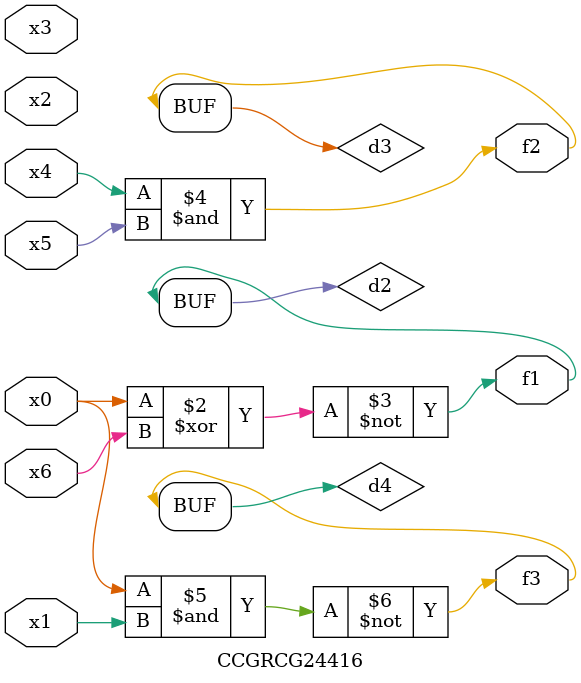
<source format=v>
module CCGRCG24416(
	input x0, x1, x2, x3, x4, x5, x6,
	output f1, f2, f3
);

	wire d1, d2, d3, d4;

	nor (d1, x0);
	xnor (d2, x0, x6);
	and (d3, x4, x5);
	nand (d4, x0, x1);
	assign f1 = d2;
	assign f2 = d3;
	assign f3 = d4;
endmodule

</source>
